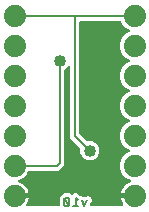
<source format=gbr>
G04 EAGLE Gerber RS-274X export*
G75*
%MOMM*%
%FSLAX34Y34*%
%LPD*%
%INBottom Copper*%
%IPPOS*%
%AMOC8*
5,1,8,0,0,1.08239X$1,22.5*%
G01*
%ADD10C,0.127000*%
%ADD11C,1.879600*%
%ADD12C,1.016000*%
%ADD13C,0.203200*%

G36*
X49906Y4073D02*
X49906Y4073D01*
X49964Y4071D01*
X50046Y4093D01*
X50130Y4105D01*
X50183Y4128D01*
X50239Y4143D01*
X50312Y4186D01*
X50389Y4221D01*
X50434Y4259D01*
X50484Y4288D01*
X50542Y4350D01*
X50606Y4404D01*
X50638Y4453D01*
X50678Y4496D01*
X50717Y4571D01*
X50764Y4641D01*
X50781Y4697D01*
X50808Y4749D01*
X50819Y4817D01*
X50849Y4912D01*
X50852Y5012D01*
X50863Y5080D01*
X50863Y5315D01*
X50863Y7281D01*
X50863Y7965D01*
X50863Y9811D01*
X50863Y11437D01*
X51771Y12344D01*
X53318Y13892D01*
X53319Y13892D01*
X54165Y14739D01*
X55711Y14739D01*
X59505Y14739D01*
X60431Y13812D01*
X60478Y13777D01*
X60518Y13735D01*
X60591Y13692D01*
X60658Y13641D01*
X60713Y13620D01*
X60763Y13591D01*
X60845Y13570D01*
X60924Y13540D01*
X60982Y13535D01*
X61039Y13521D01*
X61123Y13524D01*
X61207Y13517D01*
X61265Y13528D01*
X61323Y13530D01*
X61403Y13556D01*
X61486Y13572D01*
X61538Y13599D01*
X61594Y13617D01*
X61650Y13658D01*
X61738Y13703D01*
X61811Y13772D01*
X61867Y13812D01*
X62793Y14739D01*
X65845Y14739D01*
X67786Y12797D01*
X67817Y12774D01*
X67842Y12746D01*
X67930Y12689D01*
X68014Y12626D01*
X68049Y12613D01*
X68081Y12592D01*
X68181Y12562D01*
X68279Y12525D01*
X68317Y12522D01*
X68353Y12511D01*
X68458Y12510D01*
X68563Y12501D01*
X68600Y12509D01*
X68637Y12509D01*
X68712Y12531D01*
X68841Y12557D01*
X68906Y12591D01*
X68958Y12607D01*
X69233Y12744D01*
X71482Y11994D01*
X71498Y11991D01*
X71512Y11985D01*
X71637Y11966D01*
X71762Y11943D01*
X71777Y11945D01*
X71793Y11942D01*
X71861Y11953D01*
X72045Y11971D01*
X72088Y11988D01*
X72124Y11994D01*
X74374Y12744D01*
X77103Y11379D01*
X78068Y8484D01*
X76593Y5534D01*
X76591Y5526D01*
X76586Y5519D01*
X76545Y5391D01*
X76503Y5264D01*
X76503Y5256D01*
X76500Y5248D01*
X76497Y5113D01*
X76491Y4980D01*
X76493Y4972D01*
X76493Y4964D01*
X76527Y4834D01*
X76558Y4704D01*
X76562Y4697D01*
X76565Y4689D01*
X76633Y4574D01*
X76699Y4457D01*
X76706Y4451D01*
X76710Y4444D01*
X76808Y4352D01*
X76903Y4259D01*
X76911Y4256D01*
X76917Y4250D01*
X77036Y4189D01*
X77154Y4126D01*
X77163Y4124D01*
X77170Y4120D01*
X77222Y4112D01*
X77433Y4067D01*
X77471Y4070D01*
X77501Y4065D01*
X103824Y4065D01*
X103915Y4078D01*
X104007Y4081D01*
X104056Y4097D01*
X104106Y4105D01*
X104190Y4142D01*
X104277Y4171D01*
X104319Y4200D01*
X104365Y4221D01*
X104435Y4280D01*
X104511Y4332D01*
X104543Y4372D01*
X104582Y4404D01*
X104633Y4481D01*
X104692Y4552D01*
X104712Y4599D01*
X104740Y4641D01*
X104768Y4729D01*
X104804Y4813D01*
X104810Y4864D01*
X104826Y4912D01*
X104828Y5004D01*
X104839Y5095D01*
X104832Y5146D01*
X104833Y5196D01*
X104810Y5285D01*
X104795Y5376D01*
X104775Y5416D01*
X104761Y5471D01*
X104680Y5608D01*
X104646Y5677D01*
X104089Y6443D01*
X103236Y8117D01*
X102655Y9904D01*
X102534Y10669D01*
X113284Y10669D01*
X113342Y10677D01*
X113400Y10675D01*
X113482Y10697D01*
X113565Y10709D01*
X113619Y10733D01*
X113675Y10747D01*
X113748Y10790D01*
X113825Y10825D01*
X113869Y10863D01*
X113920Y10893D01*
X113977Y10954D01*
X114042Y11009D01*
X114074Y11057D01*
X114114Y11100D01*
X114153Y11175D01*
X114199Y11245D01*
X114217Y11301D01*
X114244Y11353D01*
X114255Y11421D01*
X114285Y11516D01*
X114288Y11616D01*
X114299Y11684D01*
X114299Y13716D01*
X114291Y13774D01*
X114292Y13832D01*
X114271Y13914D01*
X114259Y13997D01*
X114235Y14051D01*
X114221Y14107D01*
X114178Y14180D01*
X114143Y14257D01*
X114105Y14302D01*
X114075Y14352D01*
X114014Y14410D01*
X113959Y14474D01*
X113911Y14506D01*
X113868Y14546D01*
X113793Y14585D01*
X113723Y14631D01*
X113667Y14649D01*
X113615Y14676D01*
X113547Y14687D01*
X113452Y14717D01*
X113352Y14720D01*
X113284Y14731D01*
X102534Y14731D01*
X102655Y15496D01*
X103236Y17283D01*
X104089Y18957D01*
X105194Y20478D01*
X106522Y21806D01*
X108043Y22911D01*
X109717Y23764D01*
X110837Y24128D01*
X110899Y24158D01*
X110965Y24179D01*
X111026Y24220D01*
X111092Y24253D01*
X111143Y24299D01*
X111201Y24338D01*
X111248Y24394D01*
X111303Y24443D01*
X111339Y24502D01*
X111384Y24555D01*
X111414Y24622D01*
X111452Y24685D01*
X111471Y24752D01*
X111499Y24815D01*
X111509Y24888D01*
X111529Y24959D01*
X111529Y25028D01*
X111538Y25096D01*
X111528Y25169D01*
X111527Y25243D01*
X111507Y25310D01*
X111497Y25378D01*
X111467Y25445D01*
X111446Y25516D01*
X111409Y25574D01*
X111380Y25637D01*
X111333Y25693D01*
X111293Y25755D01*
X111241Y25801D01*
X111196Y25853D01*
X111143Y25886D01*
X111079Y25943D01*
X110975Y25992D01*
X110911Y26031D01*
X107249Y27548D01*
X103748Y31049D01*
X101853Y35624D01*
X101853Y40576D01*
X103748Y45151D01*
X107249Y48652D01*
X110171Y49862D01*
X110196Y49877D01*
X110224Y49886D01*
X110319Y49949D01*
X110416Y50007D01*
X110436Y50028D01*
X110461Y50044D01*
X110533Y50131D01*
X110611Y50213D01*
X110625Y50239D01*
X110643Y50262D01*
X110689Y50365D01*
X110741Y50466D01*
X110747Y50495D01*
X110759Y50522D01*
X110775Y50634D01*
X110796Y50745D01*
X110794Y50774D01*
X110798Y50803D01*
X110782Y50915D01*
X110772Y51028D01*
X110761Y51055D01*
X110757Y51084D01*
X110711Y51188D01*
X110670Y51293D01*
X110652Y51317D01*
X110640Y51344D01*
X110567Y51430D01*
X110498Y51520D01*
X110475Y51538D01*
X110456Y51560D01*
X110389Y51602D01*
X110271Y51690D01*
X110212Y51712D01*
X110171Y51738D01*
X107249Y52948D01*
X103748Y56449D01*
X101853Y61024D01*
X101853Y65976D01*
X103748Y70551D01*
X107249Y74052D01*
X110171Y75262D01*
X110196Y75277D01*
X110224Y75286D01*
X110319Y75349D01*
X110416Y75407D01*
X110436Y75428D01*
X110461Y75444D01*
X110533Y75531D01*
X110611Y75613D01*
X110625Y75639D01*
X110643Y75662D01*
X110689Y75765D01*
X110741Y75866D01*
X110747Y75895D01*
X110759Y75922D01*
X110775Y76034D01*
X110796Y76145D01*
X110794Y76174D01*
X110798Y76203D01*
X110782Y76315D01*
X110772Y76428D01*
X110761Y76455D01*
X110757Y76484D01*
X110711Y76588D01*
X110670Y76693D01*
X110652Y76717D01*
X110640Y76744D01*
X110567Y76830D01*
X110498Y76920D01*
X110475Y76938D01*
X110456Y76960D01*
X110389Y77002D01*
X110271Y77090D01*
X110212Y77112D01*
X110171Y77138D01*
X107249Y78348D01*
X103748Y81849D01*
X101853Y86424D01*
X101853Y91376D01*
X103748Y95951D01*
X107249Y99452D01*
X110171Y100662D01*
X110196Y100677D01*
X110224Y100686D01*
X110319Y100749D01*
X110416Y100807D01*
X110436Y100828D01*
X110461Y100844D01*
X110534Y100931D01*
X110611Y101013D01*
X110625Y101039D01*
X110644Y101062D01*
X110690Y101165D01*
X110741Y101266D01*
X110747Y101295D01*
X110759Y101322D01*
X110775Y101434D01*
X110796Y101545D01*
X110794Y101574D01*
X110798Y101603D01*
X110782Y101715D01*
X110772Y101828D01*
X110761Y101855D01*
X110757Y101885D01*
X110711Y101988D01*
X110670Y102093D01*
X110652Y102117D01*
X110640Y102144D01*
X110567Y102230D01*
X110498Y102320D01*
X110475Y102338D01*
X110456Y102360D01*
X110389Y102402D01*
X110271Y102490D01*
X110212Y102512D01*
X110171Y102538D01*
X107249Y103748D01*
X103748Y107249D01*
X101853Y111824D01*
X101853Y116776D01*
X103748Y121351D01*
X107249Y124852D01*
X110171Y126062D01*
X110196Y126077D01*
X110224Y126086D01*
X110319Y126149D01*
X110416Y126207D01*
X110436Y126228D01*
X110461Y126244D01*
X110534Y126331D01*
X110611Y126413D01*
X110625Y126439D01*
X110644Y126462D01*
X110690Y126565D01*
X110741Y126666D01*
X110747Y126695D01*
X110759Y126722D01*
X110775Y126834D01*
X110796Y126945D01*
X110794Y126974D01*
X110798Y127003D01*
X110782Y127115D01*
X110772Y127228D01*
X110761Y127255D01*
X110757Y127284D01*
X110711Y127388D01*
X110670Y127493D01*
X110652Y127517D01*
X110640Y127544D01*
X110567Y127630D01*
X110498Y127720D01*
X110475Y127738D01*
X110456Y127760D01*
X110389Y127802D01*
X110271Y127890D01*
X110212Y127912D01*
X110171Y127938D01*
X107249Y129148D01*
X103748Y132649D01*
X101853Y137224D01*
X101853Y142176D01*
X103748Y146751D01*
X107249Y150252D01*
X110171Y151462D01*
X110196Y151477D01*
X110224Y151486D01*
X110319Y151549D01*
X110416Y151607D01*
X110436Y151628D01*
X110461Y151644D01*
X110534Y151731D01*
X110611Y151813D01*
X110625Y151839D01*
X110644Y151862D01*
X110690Y151965D01*
X110741Y152066D01*
X110747Y152095D01*
X110759Y152122D01*
X110775Y152234D01*
X110796Y152345D01*
X110794Y152374D01*
X110798Y152403D01*
X110782Y152515D01*
X110772Y152628D01*
X110761Y152655D01*
X110757Y152684D01*
X110711Y152788D01*
X110670Y152893D01*
X110652Y152917D01*
X110640Y152944D01*
X110567Y153030D01*
X110498Y153120D01*
X110475Y153138D01*
X110456Y153160D01*
X110389Y153202D01*
X110271Y153290D01*
X110212Y153312D01*
X110171Y153338D01*
X107249Y154548D01*
X103748Y158049D01*
X102771Y160409D01*
X102770Y160410D01*
X102770Y160411D01*
X102698Y160532D01*
X102627Y160653D01*
X102625Y160654D01*
X102625Y160656D01*
X102521Y160753D01*
X102420Y160849D01*
X102418Y160849D01*
X102417Y160850D01*
X102292Y160915D01*
X102167Y160979D01*
X102166Y160979D01*
X102164Y160980D01*
X102149Y160982D01*
X101888Y161034D01*
X101858Y161031D01*
X101833Y161035D01*
X68580Y161035D01*
X68522Y161027D01*
X68464Y161029D01*
X68382Y161007D01*
X68298Y160995D01*
X68245Y160972D01*
X68189Y160957D01*
X68116Y160914D01*
X68039Y160879D01*
X67994Y160841D01*
X67944Y160812D01*
X67886Y160750D01*
X67822Y160696D01*
X67790Y160647D01*
X67750Y160604D01*
X67711Y160529D01*
X67664Y160459D01*
X67647Y160403D01*
X67620Y160351D01*
X67609Y160283D01*
X67579Y160188D01*
X67576Y160088D01*
X67565Y160020D01*
X67565Y65604D01*
X67577Y65518D01*
X67580Y65430D01*
X67597Y65378D01*
X67605Y65323D01*
X67640Y65243D01*
X67667Y65160D01*
X67695Y65120D01*
X67721Y65063D01*
X67817Y64950D01*
X67862Y64886D01*
X73564Y59185D01*
X73565Y59184D01*
X73566Y59182D01*
X73635Y59131D01*
X73697Y59073D01*
X73745Y59048D01*
X73791Y59014D01*
X73792Y59013D01*
X73794Y59012D01*
X73877Y58981D01*
X73950Y58944D01*
X73995Y58936D01*
X74056Y58913D01*
X74058Y58913D01*
X74060Y58912D01*
X74202Y58901D01*
X74212Y58900D01*
X74281Y58888D01*
X74283Y58888D01*
X74308Y58892D01*
X74340Y58889D01*
X74341Y58889D01*
X74343Y58889D01*
X74359Y58893D01*
X74460Y58913D01*
X74565Y58928D01*
X74566Y58929D01*
X77817Y58929D01*
X80805Y57691D01*
X83091Y55405D01*
X84329Y52417D01*
X84329Y49183D01*
X83091Y46195D01*
X80805Y43909D01*
X77817Y42671D01*
X74583Y42671D01*
X71595Y43909D01*
X69309Y46195D01*
X68071Y49183D01*
X68071Y52470D01*
X68106Y52605D01*
X68106Y52607D01*
X68107Y52608D01*
X68102Y52747D01*
X68098Y52889D01*
X68098Y52891D01*
X68098Y52893D01*
X68055Y53024D01*
X68012Y53160D01*
X68011Y53161D01*
X68010Y53163D01*
X68001Y53176D01*
X67853Y53396D01*
X67830Y53416D01*
X67815Y53436D01*
X62114Y59138D01*
X59435Y61816D01*
X59435Y121688D01*
X59431Y121718D01*
X59434Y121747D01*
X59411Y121858D01*
X59395Y121970D01*
X59383Y121997D01*
X59378Y122025D01*
X59325Y122126D01*
X59279Y122229D01*
X59260Y122252D01*
X59247Y122278D01*
X59169Y122360D01*
X59096Y122446D01*
X59071Y122463D01*
X59051Y122484D01*
X58953Y122541D01*
X58859Y122604D01*
X58831Y122613D01*
X58806Y122628D01*
X58696Y122656D01*
X58588Y122690D01*
X58558Y122691D01*
X58530Y122698D01*
X58417Y122694D01*
X58304Y122697D01*
X58275Y122690D01*
X58246Y122689D01*
X58138Y122654D01*
X58029Y122625D01*
X58003Y122610D01*
X57975Y122601D01*
X57912Y122556D01*
X57784Y122480D01*
X57741Y122434D01*
X57702Y122406D01*
X55367Y120072D01*
X55247Y120000D01*
X55246Y119999D01*
X55244Y119998D01*
X55149Y119896D01*
X55052Y119794D01*
X55051Y119792D01*
X55050Y119791D01*
X54986Y119666D01*
X54921Y119541D01*
X54921Y119539D01*
X54920Y119538D01*
X54918Y119523D01*
X54866Y119262D01*
X54869Y119231D01*
X54865Y119207D01*
X54865Y38956D01*
X49944Y34035D01*
X25167Y34035D01*
X25165Y34035D01*
X25164Y34035D01*
X25025Y34015D01*
X24885Y33995D01*
X24884Y33995D01*
X24882Y33995D01*
X24757Y33938D01*
X24626Y33879D01*
X24625Y33878D01*
X24623Y33877D01*
X24516Y33786D01*
X24409Y33696D01*
X24408Y33694D01*
X24407Y33693D01*
X24399Y33680D01*
X24251Y33459D01*
X24242Y33430D01*
X24229Y33409D01*
X23252Y31049D01*
X19751Y27548D01*
X16089Y26031D01*
X16029Y25996D01*
X15965Y25970D01*
X15907Y25924D01*
X15844Y25887D01*
X15796Y25837D01*
X15742Y25794D01*
X15699Y25734D01*
X15649Y25680D01*
X15617Y25619D01*
X15577Y25562D01*
X15552Y25493D01*
X15518Y25427D01*
X15505Y25360D01*
X15482Y25294D01*
X15478Y25221D01*
X15463Y25148D01*
X15469Y25080D01*
X15465Y25011D01*
X15481Y24939D01*
X15488Y24865D01*
X15513Y24801D01*
X15528Y24733D01*
X15563Y24669D01*
X15590Y24600D01*
X15631Y24545D01*
X15665Y24484D01*
X15717Y24432D01*
X15761Y24373D01*
X15817Y24332D01*
X15866Y24283D01*
X15921Y24254D01*
X15989Y24203D01*
X16097Y24162D01*
X16163Y24128D01*
X17283Y23764D01*
X18957Y22911D01*
X20478Y21806D01*
X21806Y20478D01*
X22911Y18957D01*
X23764Y17283D01*
X24345Y15496D01*
X24466Y14731D01*
X13716Y14731D01*
X13658Y14723D01*
X13600Y14725D01*
X13518Y14703D01*
X13435Y14691D01*
X13381Y14667D01*
X13325Y14653D01*
X13252Y14610D01*
X13175Y14575D01*
X13131Y14537D01*
X13080Y14507D01*
X13023Y14446D01*
X12958Y14391D01*
X12926Y14343D01*
X12886Y14300D01*
X12847Y14225D01*
X12801Y14155D01*
X12783Y14099D01*
X12756Y14047D01*
X12745Y13979D01*
X12715Y13884D01*
X12712Y13784D01*
X12701Y13716D01*
X12701Y11684D01*
X12709Y11626D01*
X12708Y11568D01*
X12729Y11486D01*
X12741Y11403D01*
X12765Y11349D01*
X12779Y11293D01*
X12822Y11220D01*
X12857Y11143D01*
X12895Y11098D01*
X12925Y11048D01*
X12986Y10990D01*
X13041Y10926D01*
X13089Y10894D01*
X13132Y10854D01*
X13207Y10815D01*
X13277Y10769D01*
X13333Y10751D01*
X13385Y10724D01*
X13453Y10713D01*
X13548Y10683D01*
X13648Y10680D01*
X13716Y10669D01*
X24466Y10669D01*
X24345Y9904D01*
X23764Y8117D01*
X22911Y6443D01*
X22354Y5677D01*
X22311Y5595D01*
X22260Y5519D01*
X22245Y5470D01*
X22221Y5426D01*
X22202Y5336D01*
X22174Y5248D01*
X22173Y5197D01*
X22163Y5147D01*
X22169Y5056D01*
X22167Y4964D01*
X22180Y4915D01*
X22184Y4864D01*
X22216Y4777D01*
X22239Y4689D01*
X22265Y4645D01*
X22283Y4597D01*
X22337Y4523D01*
X22384Y4444D01*
X22421Y4409D01*
X22451Y4369D01*
X22524Y4313D01*
X22592Y4250D01*
X22637Y4227D01*
X22677Y4196D01*
X22763Y4162D01*
X22845Y4120D01*
X22889Y4113D01*
X22942Y4092D01*
X23100Y4077D01*
X23176Y4065D01*
X49848Y4065D01*
X49906Y4073D01*
G37*
D10*
X74091Y8767D02*
X71803Y4191D01*
X69515Y8767D01*
X66607Y8767D02*
X64319Y11055D01*
X64319Y4191D01*
X66607Y4191D02*
X62031Y4191D01*
X59123Y5335D02*
X59123Y9911D01*
X57979Y11055D01*
X55691Y11055D01*
X54547Y9911D01*
X54547Y5335D01*
X55691Y4191D01*
X57979Y4191D01*
X59123Y5335D01*
X54547Y9911D01*
D11*
X12700Y12700D03*
X12700Y38100D03*
X12700Y63500D03*
X12700Y88900D03*
X12700Y114300D03*
X12700Y139700D03*
X12700Y165100D03*
X114300Y12700D03*
X114300Y38100D03*
X114300Y63500D03*
X114300Y88900D03*
X114300Y114300D03*
X114300Y139700D03*
X114300Y165100D03*
D12*
X76200Y50800D03*
D13*
X63500Y63500D01*
X63500Y165100D01*
X12700Y165100D01*
X63500Y165100D02*
X114300Y165100D01*
D12*
X50800Y127000D03*
D13*
X50800Y40640D01*
X48260Y38100D01*
X12700Y38100D01*
M02*

</source>
